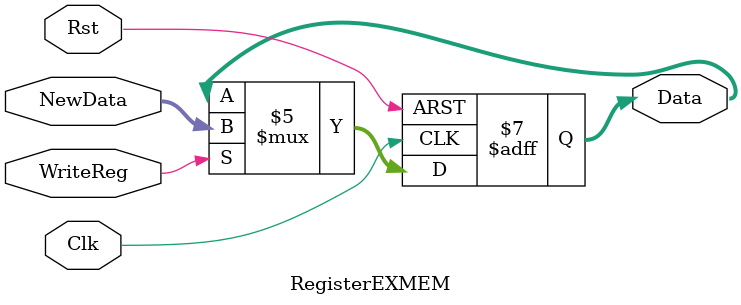
<source format=v>
`timescale 1ns / 1ps


module RegisterEXMEM(WriteReg,NewData,Data,Clk,Rst);
    input WriteReg,Clk,Rst;
    input [145:0] NewData;
    output reg [145:0] Data;
    always @(posedge Clk or posedge Rst) begin
        if(Rst==1)
            Data <= 146'b0; 
        else if(WriteReg==1)
            Data <= NewData;
        else
            Data <= Data;
    end
endmodule
</source>
